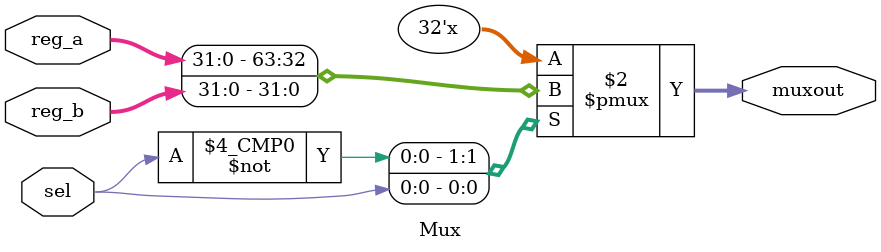
<source format=sv>
module Mux(
	input logic [31:0] reg_a,
	input logic [31:0] reg_b,
	input logic sel,
	output logic [31:0] muxout);

always_comb begin
	case(sel) 
		  1'b0:	muxout = reg_a;
		  1'b1:	muxout = reg_b;
	endcase
end	
endmodule
</source>
